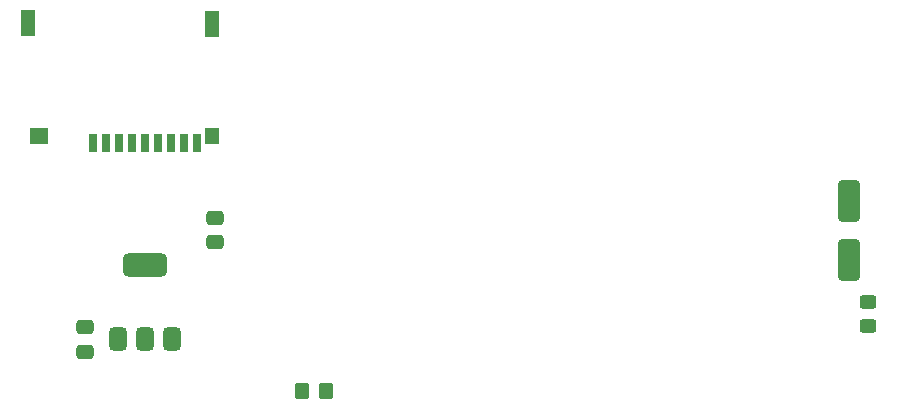
<source format=gbr>
%TF.GenerationSoftware,KiCad,Pcbnew,9.0.3*%
%TF.CreationDate,2025-10-24T12:45:13+02:00*%
%TF.ProjectId,sdiskII_stm32,73646973-6b49-4495-9f73-746d33322e6b,7*%
%TF.SameCoordinates,Original*%
%TF.FileFunction,Paste,Top*%
%TF.FilePolarity,Positive*%
%FSLAX46Y46*%
G04 Gerber Fmt 4.6, Leading zero omitted, Abs format (unit mm)*
G04 Created by KiCad (PCBNEW 9.0.3) date 2025-10-24 12:45:13*
%MOMM*%
%LPD*%
G01*
G04 APERTURE LIST*
G04 Aperture macros list*
%AMRoundRect*
0 Rectangle with rounded corners*
0 $1 Rounding radius*
0 $2 $3 $4 $5 $6 $7 $8 $9 X,Y pos of 4 corners*
0 Add a 4 corners polygon primitive as box body*
4,1,4,$2,$3,$4,$5,$6,$7,$8,$9,$2,$3,0*
0 Add four circle primitives for the rounded corners*
1,1,$1+$1,$2,$3*
1,1,$1+$1,$4,$5*
1,1,$1+$1,$6,$7*
1,1,$1+$1,$8,$9*
0 Add four rect primitives between the rounded corners*
20,1,$1+$1,$2,$3,$4,$5,0*
20,1,$1+$1,$4,$5,$6,$7,0*
20,1,$1+$1,$6,$7,$8,$9,0*
20,1,$1+$1,$8,$9,$2,$3,0*%
G04 Aperture macros list end*
%ADD10RoundRect,0.250000X-0.650000X1.500000X-0.650000X-1.500000X0.650000X-1.500000X0.650000X1.500000X0*%
%ADD11RoundRect,0.250000X-0.450000X0.325000X-0.450000X-0.325000X0.450000X-0.325000X0.450000X0.325000X0*%
%ADD12RoundRect,0.250000X0.475000X-0.337500X0.475000X0.337500X-0.475000X0.337500X-0.475000X-0.337500X0*%
%ADD13RoundRect,0.375000X0.375000X-0.625000X0.375000X0.625000X-0.375000X0.625000X-0.375000X-0.625000X0*%
%ADD14RoundRect,0.500000X1.400000X-0.500000X1.400000X0.500000X-1.400000X0.500000X-1.400000X-0.500000X0*%
%ADD15R,1.600000X1.400000*%
%ADD16R,1.200000X2.200000*%
%ADD17R,0.700000X1.600000*%
%ADD18R,1.200000X1.400000*%
%ADD19RoundRect,0.250000X-0.350000X-0.450000X0.350000X-0.450000X0.350000X0.450000X-0.350000X0.450000X0*%
G04 APERTURE END LIST*
D10*
%TO.C,D2*%
X203120000Y-104250000D03*
X203120000Y-109250000D03*
%TD*%
D11*
%TO.C,Fu1*%
X204750000Y-112750000D03*
X204750000Y-114800000D03*
%TD*%
D12*
%TO.C,C2*%
X149400000Y-107720000D03*
X149400000Y-105645000D03*
%TD*%
D13*
%TO.C,U1*%
X141187500Y-115950000D03*
X143487500Y-115950000D03*
D14*
X143487500Y-109650000D03*
D13*
X145787500Y-115950000D03*
%TD*%
D12*
%TO.C,C1*%
X138430000Y-116995000D03*
X138430000Y-114920000D03*
%TD*%
D15*
%TO.C,U2*%
X134540000Y-98750000D03*
D16*
X149140000Y-89250000D03*
D17*
X139140000Y-99350000D03*
X140240000Y-99350000D03*
X141340000Y-99350000D03*
X142440000Y-99350000D03*
X143540000Y-99350000D03*
X144640000Y-99350000D03*
X145740000Y-99350000D03*
X146840000Y-99350000D03*
X147940000Y-99350000D03*
D18*
X149140000Y-98750000D03*
D16*
X133640000Y-89150000D03*
%TD*%
D19*
%TO.C,R4*%
X156825000Y-120325000D03*
X158825000Y-120325000D03*
%TD*%
M02*

</source>
